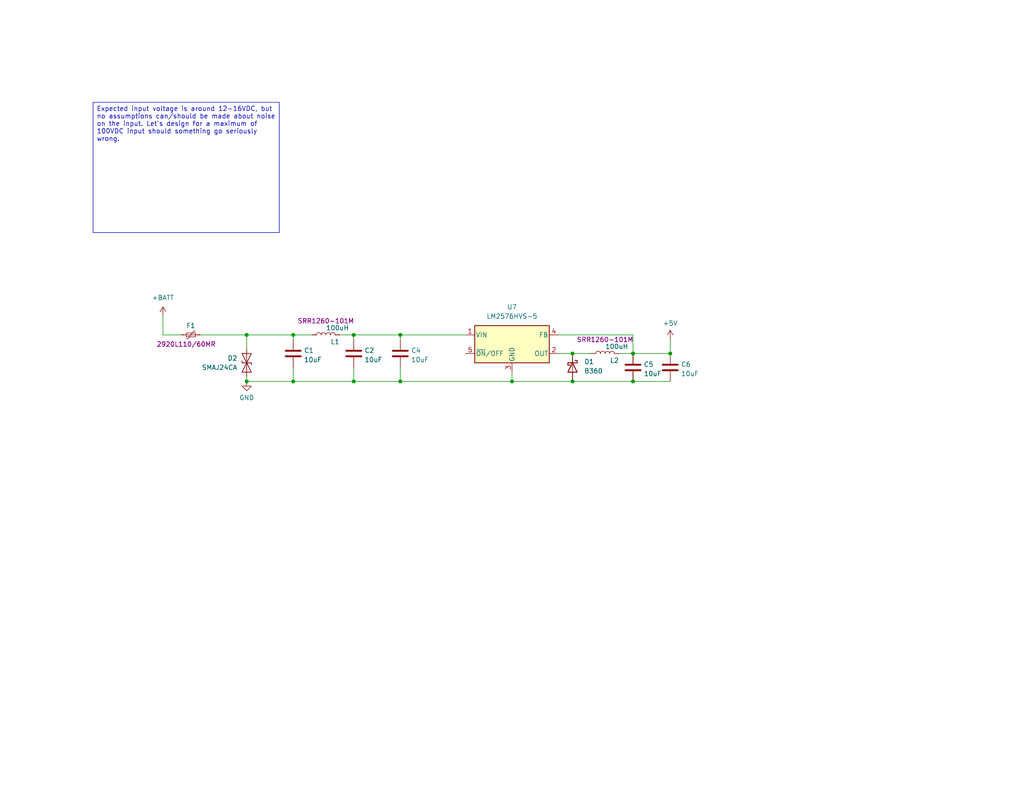
<source format=kicad_sch>
(kicad_sch (version 20231120) (generator "eeschema") (generator_version "8.0")
  (paper "USLetter")
  (title_block (title "MotoSPD") (date "2022-04-05") (rev "A") (company "lazy8.io"))
  (lib_symbols
    (symbol "Device:C" (pin_numbers hide) (pin_names (offset 0.254) hide)
      (property "Reference" "C" (at 0.635 2.54 0))
      (property "Value" "C" (at 0.635 -2.54 0))
      (symbol "C_0_1"
        (polyline (pts (xy -2.032 -0.762) (xy 2.032 -0.762)) (stroke (width 0.508)))
        (polyline (pts (xy -2.032 0.762) (xy 2.032 0.762)) (stroke (width 0.508)))
      )
      (symbol "C_1_1"
        (pin passive line (at 0 3.81 270) (length 2.794) (name "~") (number "1"))
        (pin passive line (at 0 -3.81 90) (length 2.794) (name "~") (number "2"))
      )
    )
    (symbol "Device:L" (pin_numbers hide) (pin_names (offset 1.016) hide)
      (property "Reference" "L" (at -1.27 0 90))
      (property "Value" "L" (at 1.905 0 90))
      (symbol "L_0_1"
        (arc (start 0 -2.54) (mid 0.6323 -1.905) (end 0 -1.27))
        (arc (start 0 -1.27) (mid 0.6323 -0.635) (end 0 0))
        (arc (start 0 0) (mid 0.6323 0.635) (end 0 1.27))
        (arc (start 0 1.27) (mid 0.6323 1.905) (end 0 2.54))
      )
      (symbol "L_1_1"
        (pin passive line (at 0 3.81 270) (length 1.27) (name "1") (number "1"))
        (pin passive line (at 0 -3.81 90) (length 1.27) (name "2") (number "2"))
      )
    )
    (symbol "Device:Polyfuse_Small" (pin_numbers hide) (pin_names (offset 0))
      (property "Reference" "F" (at -1.905 0 90))
      (property "Value" "Polyfuse_Small" (at 1.905 0 90))
      (symbol "Polyfuse_Small_0_1"
        (rectangle (start -0.508 1.27) (end 0.508 -1.27))
        (polyline (pts (xy 0 2.54) (xy 0 -2.54)))
        (polyline (pts (xy -1.016 1.27) (xy -1.016 0.762) (xy 1.016 -0.762) (xy 1.016 -1.27)))
      )
      (symbol "Polyfuse_Small_1_1"
        (pin passive line (at 0 2.54 270) (length 0.635) (name "~") (number "1"))
        (pin passive line (at 0 -2.54 90) (length 0.635) (name "~") (number "2"))
      )
    )
    (symbol "Diode:B360" (pin_numbers hide) (pin_names (offset 1.016) hide)
      (property "Reference" "D" (at 0 2.54 0))
      (property "Value" "B360" (at 0 -2.54 0))
      (symbol "B360_0_1"
        (polyline (pts (xy 1.27 0) (xy -1.27 0)))
        (polyline (pts (xy 1.27 1.27) (xy 1.27 -1.27) (xy -1.27 0) (xy 1.27 1.27)) (stroke (width 0.254)))
        (polyline (pts (xy -1.905 0.635) (xy -1.905 1.27) (xy -1.27 1.27) (xy -1.27 -1.27) (xy -0.635 -1.27) (xy -0.635 -0.635)) (stroke (width 0.254)))
      )
      (symbol "B360_1_1"
        (pin passive line (at -3.81 0 0) (length 2.54) (name "K") (number "1"))
        (pin passive line (at 3.81 0 180) (length 2.54) (name "A") (number "2"))
      )
    )
    (symbol "Diode:SMAJ24CA" (pin_numbers hide) (pin_names (offset 1.016) hide)
      (property "Reference" "D" (at 0 2.54 0))
      (property "Value" "SMAJ24CA" (at 0 -2.54 0))
      (symbol "SMAJ24CA_0_1"
        (polyline (pts (xy 1.27 0) (xy -1.27 0)))
        (polyline (pts (xy -2.54 -1.27) (xy 0 0) (xy -2.54 1.27) (xy -2.54 -1.27)) (stroke (width 0.2032)))
        (polyline (pts (xy 0.508 1.27) (xy 0 1.27) (xy 0 -1.27) (xy -0.508 -1.27)) (stroke (width 0.2032)))
        (polyline (pts (xy 2.54 1.27) (xy 2.54 -1.27) (xy 0 0) (xy 2.54 1.27)) (stroke (width 0.2032)))
      )
      (symbol "SMAJ24CA_1_1"
        (pin passive line (at -3.81 0 0) (length 2.54) (name "A1") (number "1"))
        (pin passive line (at 3.81 0 180) (length 2.54) (name "A2") (number "2"))
      )
    )
    (symbol "Regulator_Switching:LM2576HVS-5" (pin_names (offset 0.254))
      (property "Reference" "U" (at -10.16 6.35 0))
      (property "Value" "LM2576HVS-5" (at 0 6.35 0))
      (symbol "LM2576HVS-5_0_1"
        (rectangle (start -10.16 5.08) (end 10.16 -5.08) (stroke (width 0.254)) (fill (type background)))
      )
      (symbol "LM2576HVS-5_1_1"
        (pin power_in line (at -12.7 2.54 0) (length 2.54) (name "VIN") (number "1"))
        (pin output line (at 12.7 -2.54 180) (length 2.54) (name "OUT") (number "2"))
        (pin power_in line (at 0 -7.62 90) (length 2.54) (name "GND") (number "3"))
        (pin input line (at 12.7 2.54 180) (length 2.54) (name "FB") (number "4"))
        (pin input line (at -12.7 -2.54 0) (length 2.54) (name "~{ON}/OFF") (number "5"))
      )
    )
    (symbol "power:+5V" (power) (pin_names (offset 0))
      (property "Value" "+5V" (at 0 3.556 0))
      (symbol "+5V_0_1"
        (polyline (pts (xy -0.762 1.27) (xy 0 2.54)))
        (polyline (pts (xy 0 0) (xy 0 2.54)))
        (polyline (pts (xy 0 2.54) (xy 0.762 1.27)))
      )
      (symbol "+5V_1_1"
        (pin power_in line (at 0 0 90) (length 0) hide (name "+5V") (number "1"))
      )
    )
    (symbol "power:+BATT" (power) (pin_names (offset 0))
      (property "Value" "+BATT" (at 0 3.556 0))
      (symbol "+BATT_0_1"
        (polyline (pts (xy -0.762 1.27) (xy 0 2.54)))
        (polyline (pts (xy 0 0) (xy 0 2.54)))
        (polyline (pts (xy 0 2.54) (xy 0.762 1.27)))
      )
      (symbol "+BATT_1_1"
        (pin power_in line (at 0 0 90) (length 0) hide (name "+BATT") (number "1"))
      )
    )
    (symbol "power:GND" (power) (pin_names (offset 0))
      (property "Value" "GND" (at 0 -3.81 0))
      (symbol "GND_0_1"
        (polyline (pts (xy 0 0) (xy 0 -1.27) (xy 1.27 -1.27) (xy 0 -2.54) (xy -1.27 -1.27) (xy 0 -1.27)))
      )
      (symbol "GND_1_1"
        (pin power_in line (at 0 0 270) (length 0) hide (name "GND") (number "1"))
      )
    )
  )
  (junction (at 156.21 104.14))
  (junction (at 109.22 91.44))
  (junction (at 182.88 96.52))
  (junction (at 80.01 91.44))
  (junction (at 172.72 96.52))
  (junction (at 67.31 91.44))
  (junction (at 96.52 104.14))
  (junction (at 139.7 104.14))
  (junction (at 109.22 104.14))
  (junction (at 156.21 96.52))
  (junction (at 172.72 104.14))
  (junction (at 67.31 104.14))
  (junction (at 80.01 104.14))
  (junction (at 96.52 91.44))
  (wire (pts (xy 67.31 102.87) (xy 67.31 104.14)))
  (wire (pts (xy 182.88 92.71) (xy 182.88 96.52)))
  (wire (pts (xy 44.45 86.36) (xy 44.45 91.44)))
  (wire (pts (xy 67.31 91.44) (xy 80.01 91.44)))
  (wire (pts (xy 109.22 91.44) (xy 109.22 92.71)))
  (wire (pts (xy 109.22 100.33) (xy 109.22 104.14)))
  (wire (pts (xy 168.91 96.52) (xy 172.72 96.52)))
  (wire (pts (xy 156.21 96.52) (xy 161.29 96.52)))
  (wire (pts (xy 109.22 104.14) (xy 139.7 104.14)))
  (wire (pts (xy 156.21 104.14) (xy 172.72 104.14)))
  (wire (pts (xy 96.52 91.44) (xy 96.52 92.71)))
  (wire (pts (xy 139.7 104.14) (xy 139.7 101.6)))
  (wire (pts (xy 96.52 104.14) (xy 109.22 104.14)))
  (wire (pts (xy 172.72 104.14) (xy 182.88 104.14)))
  (wire (pts (xy 152.4 91.44) (xy 172.72 91.44)))
  (wire (pts (xy 152.4 96.52) (xy 156.21 96.52)))
  (wire (pts (xy 139.7 104.14) (xy 156.21 104.14)))
  (wire (pts (xy 80.01 100.33) (xy 80.01 104.14)))
  (wire (pts (xy 109.22 91.44) (xy 127 91.44)))
  (wire (pts (xy 172.72 96.52) (xy 182.88 96.52)))
  (wire (pts (xy 96.52 100.33) (xy 96.52 104.14)))
  (wire (pts (xy 67.31 91.44) (xy 67.31 95.25)))
  (wire (pts (xy 54.61 91.44) (xy 67.31 91.44)))
  (wire (pts (xy 80.01 92.71) (xy 80.01 91.44)))
  (wire (pts (xy 96.52 91.44) (xy 109.22 91.44)))
  (wire (pts (xy 80.01 91.44) (xy 85.09 91.44)))
  (wire (pts (xy 44.45 91.44) (xy 49.53 91.44)))
  (wire (pts (xy 67.31 104.14) (xy 80.01 104.14)))
  (wire (pts (xy 92.71 91.44) (xy 96.52 91.44)))
  (wire (pts (xy 80.01 104.14) (xy 96.52 104.14)))
  (wire (pts (xy 172.72 91.44) (xy 172.72 96.52)))
  (text_box "Expected input voltage is around 12-16VDC, but no assumptions can/should be made about noise on the input. Let's design for a maximum of 100VDC input should something go seriously wrong." (at 25.4 27.94 0) (size 50.8 35.56) (effects (font (size 1.27 1.27)) (justify left top)))
  (symbol (lib_id "Device:Polyfuse_Small") (at 52.07 91.44 90) (unit 1)
    (property "Reference" "F1" (at 52.07 88.9 90))
    (property "Value" "Polyfuse_Small" (effects (hide yes)))
    (property "Footprint" "Fuse:Fuse_2920_7451Metric_Pad2.10x5.45mm_HandSolder" (effects (hide yes)))
    (property "Datasheet" "https://www.littelfuse.com/~/media/electronics/datasheets/resettable_ptcs/littelfuse_ptc_2920l_datasheet.pdf.pdf" (effects (hide yes)))
    (property "MPN" "2920L110/60MR" (at 50.8 93.98 90))
  )
  (symbol (lib_id "Device:C") (at 172.72 100.33 0) (unit 1)
    (property "Reference" "C5" (at 175.641 99.4953 0) (effects (justify left)))
    (property "Value" "10uF" (at 175.641 102.0322 0) (effects (justify left)))
    (property "Footprint" "Capacitor_SMD:C_0805_2012Metric_Pad1.18x1.45mm_HandSolder" (effects (hide yes)))
    (property "Voltage Rating" "100v" (effects (hide yes)))
  )
  (symbol (lib_id "Device:C") (at 182.88 100.33 0) (unit 1)
    (property "Reference" "C6" (at 185.801 99.4953 0) (effects (justify left)))
    (property "Value" "10uF" (at 185.801 102.0322 0) (effects (justify left)))
    (property "Footprint" "Capacitor_SMD:C_0805_2012Metric_Pad1.18x1.45mm_HandSolder" (effects (hide yes)))
    (property "Voltage Rating" "100v" (effects (hide yes)))
  )
  (symbol (lib_id "Device:C") (at 109.22 96.52 0) (unit 1)
    (property "Reference" "C4" (at 112.141 95.6853 0) (effects (justify left)))
    (property "Value" "10uF" (at 112.141 98.2222 0) (effects (justify left)))
    (property "Footprint" "Capacitor_SMD:C_0805_2012Metric_Pad1.18x1.45mm_HandSolder" (effects (hide yes)))
    (property "Voltage Rating" "100v" (effects (hide yes)))
  )
  (symbol (lib_id "Diode:B360") (at 156.21 100.33 270) (unit 1)
    (property "Reference" "D1" (at 159.385 98.7425 90) (effects (justify left)))
    (property "Value" "B360" (at 159.385 101.2825 90) (effects (justify left)))
    (property "Footprint" "Diode_SMD:D_SMC" (effects (hide yes)))
    (property "Datasheet" "http://www.jameco.com/Jameco/Products/ProdDS/1538777.pdf" (effects (hide yes)))
  )
  (symbol (lib_id "power:+5V") (at 182.88 92.71 0) (unit 1)
    (property "Reference" "#PWR06" (effects (hide yes)))
    (property "Value" "+5V" (at 182.88 88.265 0))
  )
  (symbol (lib_id "Diode:SMAJ24CA") (at 67.31 99.06 90) (unit 1)
    (property "Reference" "D2" (at 64.77 97.79 90) (effects (justify left)))
    (property "Value" "SMAJ24CA" (at 64.77 100.33 90) (effects (justify left)))
    (property "Footprint" "Diode_SMD:D_SMA" (effects (hide yes)))
    (property "Datasheet" "https://www.littelfuse.com/media?resourcetype=datasheets&itemid=75e32973-b177-4ee3-a0ff-cedaf1abdb93&filename=smaj-datasheet" (effects (hide yes)))
  )
  (symbol (lib_id "Device:L") (at 88.9 91.44 90) (unit 1)
    (property "Reference" "L1" (at 91.44 93.345 90))
    (property "Value" "100uH" (at 92.075 89.535 90))
    (property "Footprint" "Inductor_SMD:L_Bourns_SRR1260" (effects (hide yes)))
    (property "Datasheet" "https://www.bourns.com/docs/Product-Datasheets/SRR1260.pdf" (effects (hide yes)))
    (property "MPN" "SRR1260-101M" (at 88.9 87.63 90))
  )
  (symbol (lib_id "power:+BATT") (at 44.45 86.36 0) (unit 1)
    (property "Reference" "#PWR09" (effects (hide yes)))
    (property "Value" "+BATT" (at 44.45 81.28 0))
  )
  (symbol (lib_id "power:GND") (at 67.31 104.14 0) (unit 1)
    (property "Reference" "#PWR0102" (effects (hide yes)))
    (property "Value" "GND" (at 67.31 108.5834 0))
  )
  (symbol (lib_id "Device:L") (at 165.1 96.52 90) (unit 1)
    (property "Reference" "L2" (at 167.64 98.425 90))
    (property "Value" "100uH" (at 168.275 94.615 90))
    (property "Footprint" "Inductor_SMD:L_Bourns_SRR1260" (effects (hide yes)))
    (property "Datasheet" "https://www.bourns.com/docs/Product-Datasheets/SRR1260.pdf" (effects (hide yes)))
    (property "MPN" "SRR1260-101M" (at 165.1 92.71 90))
  )
  (symbol (lib_id "Regulator_Switching:LM2576HVS-5") (at 139.7 93.98 0) (unit 1)
    (property "Reference" "U7" (at 139.7 83.82 0))
    (property "Value" "LM2576HVS-5" (at 139.7 86.36 0))
    (property "Footprint" "Package_TO_SOT_SMD:TO-263-5_TabPin3" (effects (hide yes)))
    (property "Datasheet" "http://www.ti.com/lit/ds/symlink/lm2576.pdf" (effects (hide yes)))
    (property "Description" "5V 3A, SIMPLE SWITCHER® Step-Down Voltage Regulator, High Voltage Input, TO-263" (effects (hide yes)))
  )
  (symbol (lib_id "Device:C") (at 80.01 96.52 0) (unit 1)
    (property "Reference" "C1" (at 82.931 95.6853 0) (effects (justify left)))
    (property "Value" "10uF" (at 82.931 98.2222 0) (effects (justify left)))
    (property "Footprint" "Capacitor_SMD:C_0805_2012Metric_Pad1.18x1.45mm_HandSolder" (effects (hide yes)))
    (property "Voltage Rating" "100v" (effects (hide yes)))
  )
  (symbol (lib_id "Device:C") (at 96.52 96.52 0) (unit 1)
    (property "Reference" "C2" (at 99.441 95.6853 0) (effects (justify left)))
    (property "Value" "10uF" (at 99.441 98.2222 0) (effects (justify left)))
    (property "Footprint" "Capacitor_SMD:C_0805_2012Metric_Pad1.18x1.45mm_HandSolder" (effects (hide yes)))
    (property "Voltage Rating" "100v" (effects (hide yes)))
  )
)
</source>
